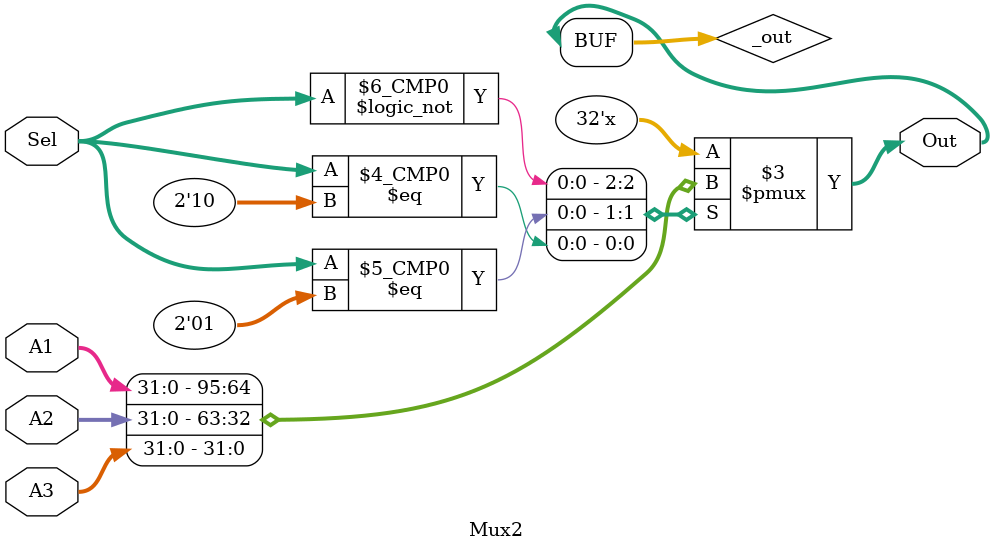
<source format=v>
`timescale 1ns / 1ps
module Mux2
	#(parameter width = 32)
	(input [width-1:0] A1,
	 input [width-1:0] A2,
	 input [width-1:0] A3,
	 input [1:0] Sel,
	 output [width-1:0] Out
    );
	 
	 reg [width-1:0] _out;

	 assign Out = _out;
	 
	 always @(A1 or A2 or A3 or Sel)begin
		case(Sel)
			2'b00:	_out = A1;
			2'b01:	_out = A2;
			2'b10:	_out = A3;
		endcase
	 end

endmodule

</source>
